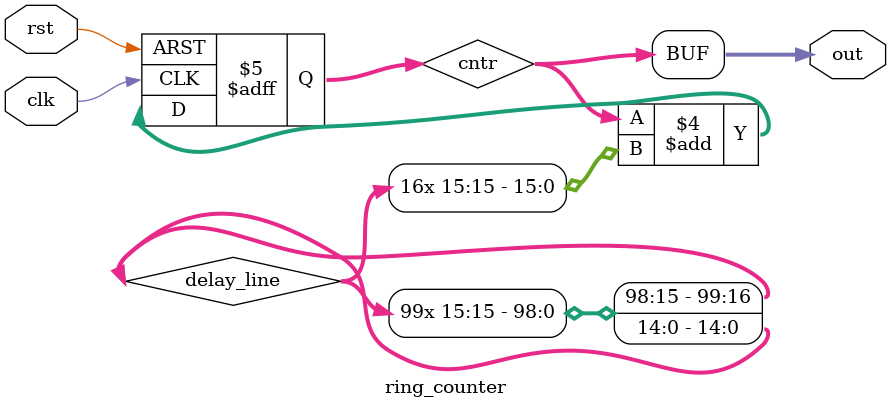
<source format=v>
module ring_counter (clk,rst,out);

parameter DELAY = 100;

input clk,rst;
output [15:0] out;

(* keep = "true" *) (* s = "true" *) (* OPTIMIZE="OFF" *) wire [DELAY-1:0] delay_line /* synthesis keep */;

reg [15:0] cntr;
reg sync0;
reg wobble;

// unstable ring oscillator
genvar i;
generate
for (i=1; i<DELAY; i=i+1)
  begin : del
    assign delay_line [i] = delay_line[i-1];
  end
endgenerate
assign delay_line [0] = !delay_line [DELAY-1];

// sync it over to the input clock
always @(posedge clk) begin
  sync0 <= delay_line[0];
  wobble <= sync0;
end

// count when the wobbly oscillator is high
always @(posedge clk or posedge rst) begin
  if (rst) cntr <= 0;
  else cntr <= cntr + delay_line[15:0];
end

assign out = cntr;

endmodule
</source>
